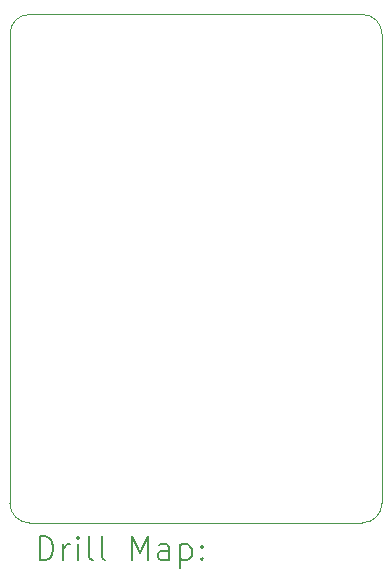
<source format=gbr>
%TF.GenerationSoftware,KiCad,Pcbnew,(6.0.8)*%
%TF.CreationDate,2023-06-01T04:28:46+02:00*%
%TF.ProjectId,BSPD-07,42535044-2d30-4372-9e6b-696361645f70,rev?*%
%TF.SameCoordinates,Original*%
%TF.FileFunction,Drillmap*%
%TF.FilePolarity,Positive*%
%FSLAX45Y45*%
G04 Gerber Fmt 4.5, Leading zero omitted, Abs format (unit mm)*
G04 Created by KiCad (PCBNEW (6.0.8)) date 2023-06-01 04:28:46*
%MOMM*%
%LPD*%
G01*
G04 APERTURE LIST*
%ADD10C,0.100000*%
%ADD11C,0.200000*%
G04 APERTURE END LIST*
D10*
X14995880Y-9281160D02*
G75*
G03*
X14830780Y-9446260I0J-165100D01*
G01*
X17980380Y-9446260D02*
G75*
G03*
X17815280Y-9281160I-165100J0D01*
G01*
X17815280Y-9281160D02*
X14995880Y-9281160D01*
X17815280Y-13585190D02*
G75*
G03*
X17980380Y-13420090I0J165100D01*
G01*
X14830780Y-13420090D02*
G75*
G03*
X14995880Y-13585190I165100J0D01*
G01*
X14995880Y-13585190D02*
X17815280Y-13585190D01*
X14830780Y-9446260D02*
X14830780Y-13420090D01*
X17980380Y-9446260D02*
X17980380Y-13420090D01*
D11*
X15083399Y-13900666D02*
X15083399Y-13700666D01*
X15131018Y-13700666D01*
X15159589Y-13710190D01*
X15178637Y-13729238D01*
X15188161Y-13748285D01*
X15197685Y-13786380D01*
X15197685Y-13814952D01*
X15188161Y-13853047D01*
X15178637Y-13872095D01*
X15159589Y-13891142D01*
X15131018Y-13900666D01*
X15083399Y-13900666D01*
X15283399Y-13900666D02*
X15283399Y-13767333D01*
X15283399Y-13805428D02*
X15292923Y-13786380D01*
X15302447Y-13776857D01*
X15321494Y-13767333D01*
X15340542Y-13767333D01*
X15407208Y-13900666D02*
X15407208Y-13767333D01*
X15407208Y-13700666D02*
X15397685Y-13710190D01*
X15407208Y-13719714D01*
X15416732Y-13710190D01*
X15407208Y-13700666D01*
X15407208Y-13719714D01*
X15531018Y-13900666D02*
X15511970Y-13891142D01*
X15502447Y-13872095D01*
X15502447Y-13700666D01*
X15635780Y-13900666D02*
X15616732Y-13891142D01*
X15607208Y-13872095D01*
X15607208Y-13700666D01*
X15864351Y-13900666D02*
X15864351Y-13700666D01*
X15931018Y-13843523D01*
X15997685Y-13700666D01*
X15997685Y-13900666D01*
X16178637Y-13900666D02*
X16178637Y-13795904D01*
X16169113Y-13776857D01*
X16150066Y-13767333D01*
X16111970Y-13767333D01*
X16092923Y-13776857D01*
X16178637Y-13891142D02*
X16159589Y-13900666D01*
X16111970Y-13900666D01*
X16092923Y-13891142D01*
X16083399Y-13872095D01*
X16083399Y-13853047D01*
X16092923Y-13833999D01*
X16111970Y-13824476D01*
X16159589Y-13824476D01*
X16178637Y-13814952D01*
X16273875Y-13767333D02*
X16273875Y-13967333D01*
X16273875Y-13776857D02*
X16292923Y-13767333D01*
X16331018Y-13767333D01*
X16350066Y-13776857D01*
X16359589Y-13786380D01*
X16369113Y-13805428D01*
X16369113Y-13862571D01*
X16359589Y-13881618D01*
X16350066Y-13891142D01*
X16331018Y-13900666D01*
X16292923Y-13900666D01*
X16273875Y-13891142D01*
X16454828Y-13881618D02*
X16464351Y-13891142D01*
X16454828Y-13900666D01*
X16445304Y-13891142D01*
X16454828Y-13881618D01*
X16454828Y-13900666D01*
X16454828Y-13776857D02*
X16464351Y-13786380D01*
X16454828Y-13795904D01*
X16445304Y-13786380D01*
X16454828Y-13776857D01*
X16454828Y-13795904D01*
M02*

</source>
